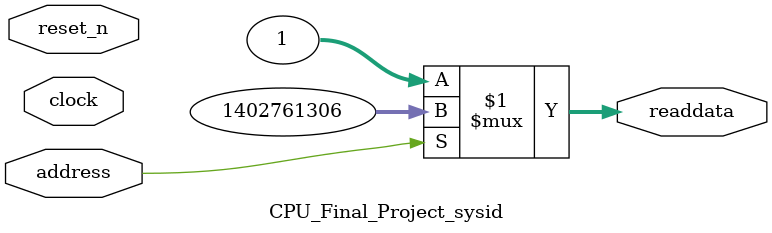
<source format=v>

`timescale 1ns / 1ps
// synthesis translate_on

// turn off superfluous verilog processor warnings 
// altera message_level Level1 
// altera message_off 10034 10035 10036 10037 10230 10240 10030 

module CPU_Final_Project_sysid (
               // inputs:
                address,
                clock,
                reset_n,

               // outputs:
                readdata
             )
;

  output  [ 31: 0] readdata;
  input            address;
  input            clock;
  input            reset_n;

  wire    [ 31: 0] readdata;
  //control_slave, which is an e_avalon_slave
  assign readdata = address ? 1402761306 : 1;

endmodule




</source>
